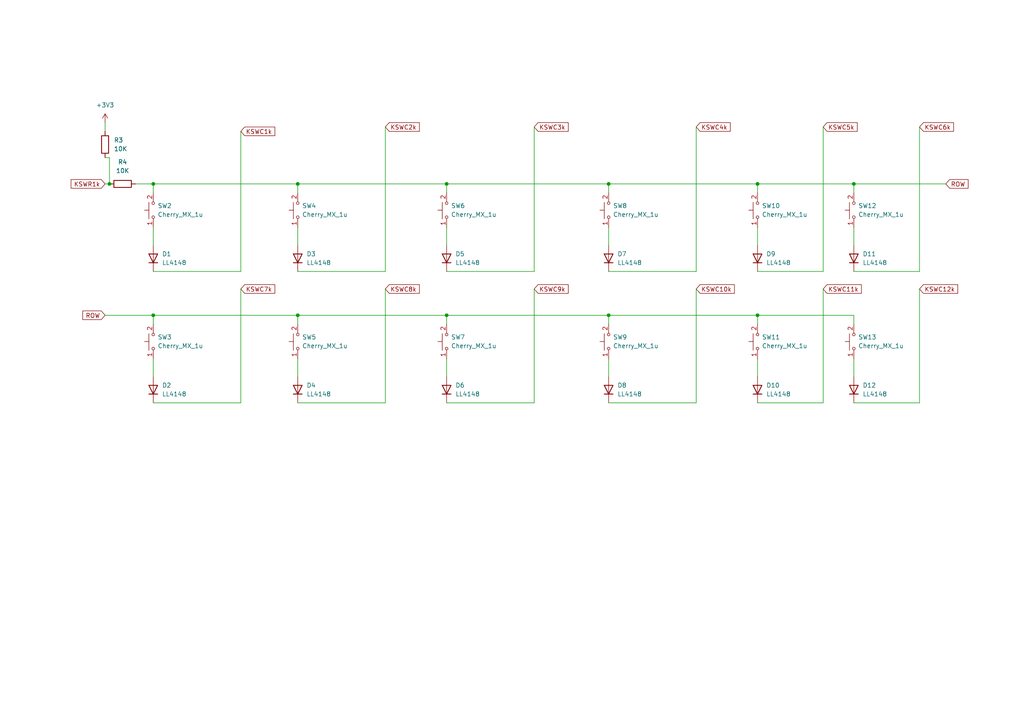
<source format=kicad_sch>
(kicad_sch (version 20211123) (generator eeschema)
  (paper "A4")
  (lib_symbols
    (symbol "Device:R" (pin_numbers hide) (pin_names (offset 0))
      (property "Reference" "R" (at 2.032 0 90))
      (property "Value" "R" (at 0 0 90))
      (symbol "R_0_1"
        (rectangle (start -1.016 -2.54) (end 1.016 2.54) (stroke (width 0.254)))
      )
      (symbol "R_1_1"
        (pin passive line (at 0 3.81 270) (length 1.27) (name "~") (number "1"))
        (pin passive line (at 0 -3.81 90) (length 1.27) (name "~") (number "2"))
      )
    )
    (symbol "Diode:LL4148" (pin_numbers hide) (pin_names (offset 1.016) hide)
      (property "Reference" "D" (at 0 2.54 0))
      (property "Value" "LL4148" (at 0 -2.54 0))
      (symbol "LL4148_0_1"
        (polyline (pts (xy -1.27 1.27) (xy -1.27 -1.27)) (stroke (width 0.254)))
        (polyline (pts (xy 1.27 0) (xy -1.27 0)))
        (polyline (pts (xy 1.27 1.27) (xy 1.27 -1.27) (xy -1.27 0) (xy 1.27 1.27)) (stroke (width 0.254)))
      )
      (symbol "LL4148_1_1"
        (pin passive line (at -3.81 0 0) (length 2.54) (name "K") (number "1"))
        (pin passive line (at 3.81 0 180) (length 2.54) (name "A") (number "2"))
      )
    )
    (symbol "cherry_mx:Cherry_MX_1u"
      (property "Reference" "SW" (at 0 3.81 0))
      (property "Value" "Cherry_MX_1u" (at 0 -3.81 0))
      (symbol "Cherry_MX_1u_0_1"
        (circle (center -2.032 0) (radius 0.3885))
        (polyline (pts (xy -2.54 1.27) (xy 2.286 1.27)))
        (polyline (pts (xy 0 1.27) (xy 0 2.54)))
        (circle (center 2.032 0) (radius 0.381))
      )
      (symbol "Cherry_MX_1u_1_1"
        (pin passive line (at -5.08 0 0) (length 2.54) (name "") (number "1"))
        (pin passive line (at 5.08 0 180) (length 2.54) (name "") (number "2"))
      )
    )
    (symbol "power:+3.3V" (power) (pin_names (offset 0))
      (property "Value" "+3.3V" (at 0 3.556 0))
      (symbol "+3.3V_0_1"
        (polyline (pts (xy -0.762 1.27) (xy 0 2.54)))
        (polyline (pts (xy 0 0) (xy 0 2.54)))
        (polyline (pts (xy 0 2.54) (xy 0.762 1.27)))
      )
      (symbol "+3.3V_1_1"
        (pin power_in line (at 0 0 90) (length 0) hide (name "+3V3") (number "1"))
      )
    )
  )
  (junction (at 247.65 53.34))
  (junction (at 31.75 53.34))
  (junction (at 86.36 53.34))
  (junction (at 44.45 91.44))
  (junction (at 219.71 53.34))
  (junction (at 44.45 53.34))
  (junction (at 176.53 53.34))
  (junction (at 129.54 53.34))
  (junction (at 219.71 91.44))
  (junction (at 176.53 91.44))
  (junction (at 86.36 91.44))
  (junction (at 129.54 91.44))
  (wire (pts (xy 247.65 91.44) (xy 247.65 93.98)))
  (wire (pts (xy 44.45 78.74) (xy 69.85 78.74)))
  (wire (pts (xy 176.53 53.34) (xy 219.71 53.34)))
  (wire (pts (xy 238.76 83.82) (xy 238.76 116.84)))
  (wire (pts (xy 219.71 53.34) (xy 219.71 55.88)))
  (wire (pts (xy 129.54 53.34) (xy 129.54 55.88)))
  (wire (pts (xy 266.7 83.82) (xy 266.7 116.84)))
  (wire (pts (xy 129.54 104.14) (xy 129.54 109.22)))
  (wire (pts (xy 86.36 55.88) (xy 86.36 53.34)))
  (wire (pts (xy 44.45 104.14) (xy 44.45 109.22)))
  (wire (pts (xy 201.93 83.82) (xy 201.93 116.84)))
  (wire (pts (xy 44.45 116.84) (xy 69.85 116.84)))
  (wire (pts (xy 30.48 53.34) (xy 31.75 53.34)))
  (wire (pts (xy 219.71 91.44) (xy 247.65 91.44)))
  (wire (pts (xy 111.76 36.83) (xy 111.76 78.74)))
  (wire (pts (xy 238.76 36.83) (xy 238.76 78.74)))
  (wire (pts (xy 129.54 116.84) (xy 154.94 116.84)))
  (wire (pts (xy 266.7 36.83) (xy 266.7 78.74)))
  (wire (pts (xy 111.76 116.84) (xy 86.36 116.84)))
  (wire (pts (xy 86.36 104.14) (xy 86.36 109.22)))
  (wire (pts (xy 201.93 36.83) (xy 201.93 78.74)))
  (wire (pts (xy 86.36 78.74) (xy 111.76 78.74)))
  (wire (pts (xy 176.53 53.34) (xy 176.53 55.88)))
  (wire (pts (xy 176.53 91.44) (xy 219.71 91.44)))
  (wire (pts (xy 154.94 83.82) (xy 154.94 116.84)))
  (wire (pts (xy 219.71 53.34) (xy 247.65 53.34)))
  (wire (pts (xy 69.85 38.1) (xy 69.85 78.74)))
  (wire (pts (xy 129.54 66.04) (xy 129.54 71.12)))
  (wire (pts (xy 247.65 116.84) (xy 266.7 116.84)))
  (wire (pts (xy 69.85 83.82) (xy 69.85 116.84)))
  (wire (pts (xy 129.54 53.34) (xy 176.53 53.34)))
  (wire (pts (xy 176.53 66.04) (xy 176.53 71.12)))
  (wire (pts (xy 44.45 93.98) (xy 44.45 91.44)))
  (wire (pts (xy 39.37 53.34) (xy 44.45 53.34)))
  (wire (pts (xy 176.53 91.44) (xy 176.53 93.98)))
  (wire (pts (xy 86.36 66.04) (xy 86.36 71.12)))
  (wire (pts (xy 247.65 78.74) (xy 266.7 78.74)))
  (wire (pts (xy 274.32 53.34) (xy 247.65 53.34)))
  (wire (pts (xy 31.75 45.72) (xy 31.75 53.34)))
  (wire (pts (xy 44.45 53.34) (xy 86.36 53.34)))
  (wire (pts (xy 30.48 91.44) (xy 44.45 91.44)))
  (wire (pts (xy 247.65 104.14) (xy 247.65 109.22)))
  (wire (pts (xy 111.76 83.82) (xy 111.76 116.84)))
  (wire (pts (xy 86.36 91.44) (xy 129.54 91.44)))
  (wire (pts (xy 219.71 104.14) (xy 219.71 109.22)))
  (wire (pts (xy 44.45 66.04) (xy 44.45 71.12)))
  (wire (pts (xy 30.48 45.72) (xy 31.75 45.72)))
  (wire (pts (xy 129.54 91.44) (xy 129.54 93.98)))
  (wire (pts (xy 30.48 35.56) (xy 30.48 38.1)))
  (wire (pts (xy 219.71 91.44) (xy 219.71 93.98)))
  (wire (pts (xy 86.36 91.44) (xy 86.36 93.98)))
  (wire (pts (xy 44.45 91.44) (xy 86.36 91.44)))
  (wire (pts (xy 154.94 36.83) (xy 154.94 78.74)))
  (wire (pts (xy 129.54 91.44) (xy 176.53 91.44)))
  (wire (pts (xy 219.71 78.74) (xy 238.76 78.74)))
  (wire (pts (xy 219.71 116.84) (xy 238.76 116.84)))
  (wire (pts (xy 247.65 53.34) (xy 247.65 55.88)))
  (wire (pts (xy 176.53 116.84) (xy 201.93 116.84)))
  (wire (pts (xy 176.53 78.74) (xy 201.93 78.74)))
  (wire (pts (xy 86.36 53.34) (xy 129.54 53.34)))
  (wire (pts (xy 247.65 66.04) (xy 247.65 71.12)))
  (wire (pts (xy 129.54 78.74) (xy 154.94 78.74)))
  (wire (pts (xy 176.53 104.14) (xy 176.53 109.22)))
  (wire (pts (xy 219.71 66.04) (xy 219.71 71.12)))
  (wire (pts (xy 44.45 53.34) (xy 44.45 55.88)))
  (global_label "KSWC11k" (shape input) (at 238.76 83.82 0) (property "Intersheet References" "${INTERSHEET_REFS}" (effects hide)))
  (global_label "KSWR1k" (shape input) (at 30.48 53.34 180) (property "Intersheet References" "${INTERSHEET_REFS}" (effects hide)))
  (global_label "KSWC8k" (shape input) (at 111.76 83.82 0) (property "Intersheet References" "${INTERSHEET_REFS}" (effects hide)))
  (global_label "KSWC2k" (shape input) (at 111.76 36.83 0) (property "Intersheet References" "${INTERSHEET_REFS}" (effects hide)))
  (global_label "KSWC9k" (shape input) (at 154.94 83.82 0) (property "Intersheet References" "${INTERSHEET_REFS}" (effects hide)))
  (global_label "KSWC5k" (shape input) (at 238.76 36.83 0) (property "Intersheet References" "${INTERSHEET_REFS}" (effects hide)))
  (global_label "KSWC10k" (shape input) (at 201.93 83.82 0) (property "Intersheet References" "${INTERSHEET_REFS}" (effects hide)))
  (global_label "ROW" (shape input) (at 274.32 53.34 0) (property "Intersheet References" "${INTERSHEET_REFS}" (effects hide)))
  (global_label "KSWC12k" (shape input) (at 266.7 83.82 0) (property "Intersheet References" "${INTERSHEET_REFS}" (effects hide)))
  (global_label "KSWC7k" (shape input) (at 69.85 83.82 0) (property "Intersheet References" "${INTERSHEET_REFS}" (effects hide)))
  (global_label "KSWC3k" (shape input) (at 154.94 36.83 0) (property "Intersheet References" "${INTERSHEET_REFS}" (effects hide)))
  (global_label "KSWC4k" (shape input) (at 201.93 36.83 0) (property "Intersheet References" "${INTERSHEET_REFS}" (effects hide)))
  (global_label "ROW" (shape input) (at 30.48 91.44 180) (property "Intersheet References" "${INTERSHEET_REFS}" (effects hide)))
  (global_label "KSWC6k" (shape input) (at 266.7 36.83 0) (property "Intersheet References" "${INTERSHEET_REFS}" (effects hide)))
  (global_label "KSWC1k" (shape input) (at 69.85 38.1 0) (property "Intersheet References" "${INTERSHEET_REFS}" (effects hide)))
  (symbol (lib_id "cherry_mx:Cherry_MX_1u") (at 176.53 99.06 90) (unit 1)
    (property "Reference" "SW9" (at 177.8 97.7899 90) (effects (justify right)))
    (property "Value" "Cherry_MX_1u" (at 177.8 100.3299 90) (effects (justify right)))
    (property "Footprint" "cherry_mx:SW_Cherry_MX_PCB_1.00u" (effects hide))
  )
  (symbol (lib_id "cherry_mx:Cherry_MX_1u") (at 219.71 60.96 90) (unit 1)
    (property "Reference" "SW10" (at 220.98 59.6899 90) (effects (justify right)))
    (property "Value" "Cherry_MX_1u" (at 220.98 62.2299 90) (effects (justify right)))
    (property "Footprint" "cherry_mx:SW_Cherry_MX_PCB_1.00u" (effects hide))
  )
  (symbol (lib_id "Diode:LL4148") (at 86.36 113.03 90) (unit 1)
    (property "Reference" "D4" (at 88.9 111.7599 90) (effects (justify right)))
    (property "Value" "LL4148" (at 88.9 114.2999 90) (effects (justify right)))
    (property "Footprint" "Diode_SMD:D_MiniMELF" (effects hide))
    (property "Datasheet" "http://www.vishay.com/docs/85557/ll4148.pdf" (effects hide))
  )
  (symbol (lib_id "cherry_mx:Cherry_MX_1u") (at 86.36 60.96 90) (unit 1)
    (property "Reference" "SW4" (at 87.63 59.6899 90) (effects (justify right)))
    (property "Value" "Cherry_MX_1u" (at 87.63 62.2299 90) (effects (justify right)))
    (property "Footprint" "cherry_mx:SW_Cherry_MX_PCB_1.00u" (effects hide))
  )
  (symbol (lib_id "Diode:LL4148") (at 176.53 113.03 90) (unit 1)
    (property "Reference" "D8" (at 179.07 111.7599 90) (effects (justify right)))
    (property "Value" "LL4148" (at 179.07 114.2999 90) (effects (justify right)))
    (property "Footprint" "Diode_SMD:D_MiniMELF" (effects hide))
    (property "Datasheet" "http://www.vishay.com/docs/85557/ll4148.pdf" (effects hide))
  )
  (symbol (lib_id "Diode:LL4148") (at 247.65 74.93 90) (unit 1)
    (property "Reference" "D11" (at 250.19 73.6599 90) (effects (justify right)))
    (property "Value" "LL4148" (at 250.19 76.1999 90) (effects (justify right)))
    (property "Footprint" "Diode_SMD:D_MiniMELF" (effects hide))
    (property "Datasheet" "http://www.vishay.com/docs/85557/ll4148.pdf" (effects hide))
  )
  (symbol (lib_id "Diode:LL4148") (at 44.45 74.93 90) (unit 1)
    (property "Reference" "D1" (at 46.99 73.6599 90) (effects (justify right)))
    (property "Value" "LL4148" (at 46.99 76.1999 90) (effects (justify right)))
    (property "Footprint" "Diode_SMD:D_MiniMELF" (effects hide))
    (property "Datasheet" "http://www.vishay.com/docs/85557/ll4148.pdf" (effects hide))
  )
  (symbol (lib_id "cherry_mx:Cherry_MX_1u") (at 44.45 60.96 90) (unit 1)
    (property "Reference" "SW2" (at 45.72 59.6899 90) (effects (justify right)))
    (property "Value" "Cherry_MX_1u" (at 45.72 62.2299 90) (effects (justify right)))
    (property "Footprint" "cherry_mx:SW_Cherry_MX_PCB_1.00u" (effects hide))
  )
  (symbol (lib_id "cherry_mx:Cherry_MX_1u") (at 86.36 99.06 90) (unit 1)
    (property "Reference" "SW5" (at 87.63 97.7899 90) (effects (justify right)))
    (property "Value" "Cherry_MX_1u" (at 87.63 100.3299 90) (effects (justify right)))
    (property "Footprint" "cherry_mx:SW_Cherry_MX_PCB_1.00u" (effects hide))
  )
  (symbol (lib_id "Diode:LL4148") (at 86.36 74.93 90) (unit 1)
    (property "Reference" "D3" (at 88.9 73.6599 90) (effects (justify right)))
    (property "Value" "LL4148" (at 88.9 76.1999 90) (effects (justify right)))
    (property "Footprint" "Diode_SMD:D_MiniMELF" (effects hide))
    (property "Datasheet" "http://www.vishay.com/docs/85557/ll4148.pdf" (effects hide))
  )
  (symbol (lib_id "Device:R") (at 30.48 41.91 180) (unit 1)
    (property "Reference" "R3" (at 33.02 40.6399 0) (effects (justify right)))
    (property "Value" "10K" (at 33.02 43.1799 0) (effects (justify right)))
    (property "Footprint" "Resistor_SMD:R_0805_2012Metric_Pad1.20x1.40mm_HandSolder" (effects hide))
  )
  (symbol (lib_id "Diode:LL4148") (at 44.45 113.03 90) (unit 1)
    (property "Reference" "D2" (at 46.99 111.7599 90) (effects (justify right)))
    (property "Value" "LL4148" (at 46.99 114.2999 90) (effects (justify right)))
    (property "Footprint" "Diode_SMD:D_MiniMELF" (effects hide))
    (property "Datasheet" "http://www.vishay.com/docs/85557/ll4148.pdf" (effects hide))
  )
  (symbol (lib_id "Diode:LL4148") (at 129.54 113.03 90) (unit 1)
    (property "Reference" "D6" (at 132.08 111.7599 90) (effects (justify right)))
    (property "Value" "LL4148" (at 132.08 114.2999 90) (effects (justify right)))
    (property "Footprint" "Diode_SMD:D_MiniMELF" (effects hide))
    (property "Datasheet" "http://www.vishay.com/docs/85557/ll4148.pdf" (effects hide))
  )
  (symbol (lib_id "cherry_mx:Cherry_MX_1u") (at 129.54 99.06 90) (unit 1)
    (property "Reference" "SW7" (at 130.81 97.7899 90) (effects (justify right)))
    (property "Value" "Cherry_MX_1u" (at 130.81 100.3299 90) (effects (justify right)))
    (property "Footprint" "cherry_mx:SW_Cherry_MX_PCB_1.00u" (effects hide))
  )
  (symbol (lib_id "Diode:LL4148") (at 247.65 113.03 90) (unit 1)
    (property "Reference" "D12" (at 250.19 111.7599 90) (effects (justify right)))
    (property "Value" "LL4148" (at 250.19 114.2999 90) (effects (justify right)))
    (property "Footprint" "Diode_SMD:D_MiniMELF" (effects hide))
    (property "Datasheet" "http://www.vishay.com/docs/85557/ll4148.pdf" (effects hide))
  )
  (symbol (lib_id "cherry_mx:Cherry_MX_1u") (at 219.71 99.06 90) (unit 1)
    (property "Reference" "SW11" (at 220.98 97.7899 90) (effects (justify right)))
    (property "Value" "Cherry_MX_1u" (at 220.98 100.3299 90) (effects (justify right)))
    (property "Footprint" "cherry_mx:SW_Cherry_MX_PCB_1.00u" (effects hide))
  )
  (symbol (lib_id "power:+3.3V") (at 30.48 35.56 0) (unit 1)
    (property "Reference" "#PWR010" (effects hide))
    (property "Value" "+3.3V" (at 30.48 30.48 0))
  )
  (symbol (lib_id "Device:R") (at 35.56 53.34 90) (unit 1)
    (property "Reference" "R4" (at 35.56 46.99 90))
    (property "Value" "10K" (at 35.56 49.53 90))
    (property "Footprint" "Resistor_SMD:R_0805_2012Metric_Pad1.20x1.40mm_HandSolder" (effects hide))
  )
  (symbol (lib_id "cherry_mx:Cherry_MX_1u") (at 247.65 60.96 90) (unit 1)
    (property "Reference" "SW12" (at 248.92 59.6899 90) (effects (justify right)))
    (property "Value" "Cherry_MX_1u" (at 248.92 62.2299 90) (effects (justify right)))
    (property "Footprint" "cherry_mx:SW_Cherry_MX_PCB_1.00u" (effects hide))
  )
  (symbol (lib_id "cherry_mx:Cherry_MX_1u") (at 247.65 99.06 90) (unit 1)
    (property "Reference" "SW13" (at 248.92 97.7899 90) (effects (justify right)))
    (property "Value" "Cherry_MX_1u" (at 248.92 100.3299 90) (effects (justify right)))
    (property "Footprint" "cherry_mx:SW_Cherry_MX_PCB_1.00u" (effects hide))
  )
  (symbol (lib_id "Diode:LL4148") (at 219.71 113.03 90) (unit 1)
    (property "Reference" "D10" (at 222.25 111.7599 90) (effects (justify right)))
    (property "Value" "LL4148" (at 222.25 114.2999 90) (effects (justify right)))
    (property "Footprint" "Diode_SMD:D_MiniMELF" (effects hide))
    (property "Datasheet" "http://www.vishay.com/docs/85557/ll4148.pdf" (effects hide))
  )
  (symbol (lib_id "cherry_mx:Cherry_MX_1u") (at 129.54 60.96 90) (unit 1)
    (property "Reference" "SW6" (at 130.81 59.6899 90) (effects (justify right)))
    (property "Value" "Cherry_MX_1u" (at 130.81 62.2299 90) (effects (justify right)))
    (property "Footprint" "cherry_mx:SW_Cherry_MX_PCB_1.00u" (effects hide))
  )
  (symbol (lib_id "Diode:LL4148") (at 176.53 74.93 90) (unit 1)
    (property "Reference" "D7" (at 179.07 73.6599 90) (effects (justify right)))
    (property "Value" "LL4148" (at 179.07 76.1999 90) (effects (justify right)))
    (property "Footprint" "Diode_SMD:D_MiniMELF" (effects hide))
    (property "Datasheet" "http://www.vishay.com/docs/85557/ll4148.pdf" (effects hide))
  )
  (symbol (lib_id "Diode:LL4148") (at 129.54 74.93 90) (unit 1)
    (property "Reference" "D5" (at 132.08 73.6599 90) (effects (justify right)))
    (property "Value" "LL4148" (at 132.08 76.1999 90) (effects (justify right)))
    (property "Footprint" "Diode_SMD:D_MiniMELF" (effects hide))
    (property "Datasheet" "http://www.vishay.com/docs/85557/ll4148.pdf" (effects hide))
  )
  (symbol (lib_id "cherry_mx:Cherry_MX_1u") (at 176.53 60.96 90) (unit 1)
    (property "Reference" "SW8" (at 177.8 59.6899 90) (effects (justify right)))
    (property "Value" "Cherry_MX_1u" (at 177.8 62.2299 90) (effects (justify right)))
    (property "Footprint" "cherry_mx:SW_Cherry_MX_PCB_1.00u" (effects hide))
  )
  (symbol (lib_id "Diode:LL4148") (at 219.71 74.93 90) (unit 1)
    (property "Reference" "D9" (at 222.25 73.6599 90) (effects (justify right)))
    (property "Value" "LL4148" (at 222.25 76.1999 90) (effects (justify right)))
    (property "Footprint" "Diode_SMD:D_MiniMELF" (effects hide))
    (property "Datasheet" "http://www.vishay.com/docs/85557/ll4148.pdf" (effects hide))
  )
  (symbol (lib_id "cherry_mx:Cherry_MX_1u") (at 44.45 99.06 90) (unit 1)
    (property "Reference" "SW3" (at 45.72 97.7899 90) (effects (justify right)))
    (property "Value" "Cherry_MX_1u" (at 45.72 100.3299 90) (effects (justify right)))
    (property "Footprint" "cherry_mx:SW_Cherry_MX_PCB_1.00u" (effects hide))
  )
)
</source>
